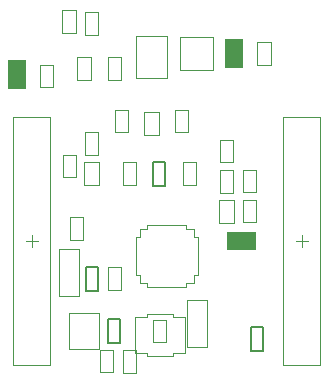
<source format=gbr>
%TF.GenerationSoftware,Altium Limited,Altium Designer,22.6.1 (34)*%
G04 Layer_Color=32768*
%FSLAX45Y45*%
%MOMM*%
%TF.SameCoordinates,421C64DB-711B-49BE-949A-821E8169F4DF*%
%TF.FilePolarity,Positive*%
%TF.FileFunction,Other,Mechanical_15*%
%TF.Part,Single*%
G01*
G75*
%TA.AperFunction,NonConductor*%
%ADD33C,0.12700*%
%ADD57C,0.05000*%
%ADD59C,0.05080*%
G36*
X138500Y2678500D02*
Y2428500D01*
X-11500D01*
Y2678500D01*
X138500D01*
D02*
G37*
G36*
X1843500Y1218000D02*
X2093500D01*
Y1068000D01*
X1843500D01*
Y1218000D01*
D02*
G37*
G36*
X1980000Y2855500D02*
Y2605500D01*
X1830000D01*
Y2855500D01*
X1980000D01*
D02*
G37*
D33*
X748500Y725500D02*
Y925500D01*
X648500Y725500D02*
X748500D01*
X648500D02*
Y925500D01*
X748500D01*
X2045500Y217500D02*
Y417500D01*
X2145500D01*
Y217500D02*
Y417500D01*
X2045500Y217500D02*
X2145500D01*
X939000Y281000D02*
Y481000D01*
X839000Y281000D02*
X939000D01*
X839000D02*
Y481000D01*
X939000D01*
X1320000Y1614500D02*
Y1814500D01*
X1220000Y1614500D02*
X1320000D01*
X1220000D02*
Y1814500D01*
X1320000D01*
D57*
X510000Y231000D02*
Y531000D01*
X760000D01*
Y231000D02*
Y531000D01*
X510000Y231000D02*
X760000D01*
X1169500Y529000D02*
X1389500D01*
Y499000D02*
Y529000D01*
Y499000D02*
X1490500D01*
Y199000D02*
Y499000D01*
X1389500Y199000D02*
X1490500D01*
X1389500Y169000D02*
Y199000D01*
X1169500Y169000D02*
X1389500D01*
X1169500D02*
Y199000D01*
X1068500D02*
X1169500D01*
X1068500D02*
Y499000D01*
X1169500D01*
Y529000D01*
X770500Y32000D02*
Y222000D01*
X880500Y32000D02*
Y222000D01*
X770500Y32000D02*
X880500D01*
X770500Y222000D02*
X880500D01*
X961000Y30500D02*
Y223500D01*
X1071000Y30500D02*
Y223500D01*
X961000Y30500D02*
X1071000D01*
X961000Y223500D02*
X1071000D01*
X372500Y2445000D02*
Y2635000D01*
X262500Y2445000D02*
Y2635000D01*
Y2445000D02*
X372500D01*
X262500Y2635000D02*
X372500D01*
X944000Y2508500D02*
Y2698500D01*
X834000Y2508500D02*
Y2698500D01*
Y2508500D02*
X944000D01*
X834000Y2698500D02*
X944000D01*
X576500Y2505000D02*
Y2702000D01*
X693500Y2505000D02*
Y2702000D01*
X576500D02*
X693500D01*
X576500Y2505000D02*
X693500D01*
X2097500Y2634000D02*
X2220500D01*
X2097500Y2827000D02*
X2220500D01*
Y2634000D02*
Y2827000D01*
X2097500Y2634000D02*
Y2827000D01*
X1447500Y2590500D02*
X1727500D01*
X1447500D02*
Y2870500D01*
X1727500D01*
Y2590500D02*
Y2870500D01*
X566500Y2907000D02*
Y3104000D01*
X449500Y2907000D02*
Y3104000D01*
Y2907000D02*
X566500D01*
X449500Y3104000D02*
X566500D01*
X753500Y2889500D02*
Y3079500D01*
X643500Y2889500D02*
Y3079500D01*
Y2889500D02*
X753500D01*
X643500Y3079500D02*
X753500D01*
X834000Y730500D02*
Y920500D01*
X944000Y730500D02*
Y920500D01*
X834000D02*
X944000D01*
X834000Y730500D02*
X944000D01*
X1215000Y286000D02*
Y476000D01*
X1325000Y286000D02*
Y476000D01*
X1215000D02*
X1325000D01*
X1215000Y286000D02*
X1325000D01*
X516500Y1153500D02*
Y1346500D01*
X626500Y1153500D02*
Y1346500D01*
X516500D02*
X626500D01*
X516500Y1153500D02*
X626500D01*
X453000Y1683000D02*
Y1873000D01*
X563000Y1683000D02*
Y1873000D01*
X453000D02*
X563000D01*
X453000Y1683000D02*
X563000D01*
X637000Y1618000D02*
X760000D01*
X637000Y1811000D02*
X760000D01*
Y1618000D02*
Y1811000D01*
X637000Y1618000D02*
Y1811000D01*
X753500Y1873500D02*
Y2063500D01*
X643500Y1873500D02*
Y2063500D01*
Y1873500D02*
X753500D01*
X643500Y2063500D02*
X753500D01*
X897500Y2064000D02*
Y2254000D01*
X1007500Y2064000D02*
Y2254000D01*
X897500D02*
X1007500D01*
X897500Y2064000D02*
X1007500D01*
X1145000Y2238000D02*
X1268000D01*
X1145000Y2045000D02*
X1268000D01*
X1145000D02*
Y2238000D01*
X1268000Y2045000D02*
Y2238000D01*
X1405500Y2064000D02*
Y2254000D01*
X1515500Y2064000D02*
Y2254000D01*
X1405500D02*
X1515500D01*
X1405500Y2064000D02*
X1515500D01*
X961000Y1619500D02*
Y1809500D01*
X1071000Y1619500D02*
Y1809500D01*
X961000D02*
X1071000D01*
X961000Y1619500D02*
X1071000D01*
X1896500Y1554500D02*
Y1747500D01*
X1786500Y1554500D02*
Y1747500D01*
Y1554500D02*
X1896500D01*
X1786500Y1747500D02*
X1896500D01*
Y1810000D02*
Y2000000D01*
X1786500Y1810000D02*
Y2000000D01*
Y1810000D02*
X1896500D01*
X1786500Y2000000D02*
X1896500D01*
X2087000Y1556000D02*
Y1746000D01*
X1977000Y1556000D02*
Y1746000D01*
Y1556000D02*
X2087000D01*
X1977000Y1746000D02*
X2087000D01*
Y1302000D02*
Y1492000D01*
X1977000Y1302000D02*
Y1492000D01*
Y1302000D02*
X2087000D01*
X1977000Y1492000D02*
X2087000D01*
X1780000Y1493500D02*
X1903000D01*
X1780000Y1300500D02*
X1903000D01*
X1780000D02*
Y1493500D01*
X1903000Y1300500D02*
Y1493500D01*
X1467500Y1618000D02*
Y1811000D01*
X1580500Y1618000D02*
Y1811000D01*
X1467500D02*
X1580500D01*
X1467500Y1618000D02*
X1580500D01*
X1071500Y1179000D02*
X1103500D01*
Y1246000D01*
X1170500D01*
Y1278000D01*
X1496500D01*
Y1246000D02*
Y1278000D01*
Y1246000D02*
X1563500D01*
Y1179000D02*
Y1246000D01*
Y1179000D02*
X1595500D01*
Y853000D02*
Y1179000D01*
X1563500Y853000D02*
X1595500D01*
X1563500Y786000D02*
Y853000D01*
X1496500Y786000D02*
X1563500D01*
X1496500Y754000D02*
Y786000D01*
X1170500Y754000D02*
X1496500D01*
X1170500D02*
Y786000D01*
X1103500D02*
X1170500D01*
X1103500D02*
Y853000D01*
X1071500D02*
X1103500D01*
X1071500D02*
Y1179000D01*
X1076500Y2523500D02*
X1336500D01*
Y2883500D01*
X1076500D02*
X1336500D01*
X1076500Y2523500D02*
Y2883500D01*
X190500Y1093000D02*
Y1193000D01*
X140500Y1143000D02*
X240500D01*
X345000Y92000D02*
Y2194000D01*
X36000D02*
X345000D01*
X36000Y92000D02*
Y2194000D01*
Y92000D02*
X345000D01*
X2322000D02*
X2631000D01*
X2322000D02*
Y2194000D01*
X2631000D01*
Y92000D02*
Y2194000D01*
X2426500Y1143000D02*
X2526500D01*
X2476500Y1093000D02*
Y1193000D01*
D59*
X1502500Y244500D02*
X1672500D01*
Y644500D01*
X1502500D02*
X1672500D01*
X1502500Y244500D02*
Y644500D01*
X423000Y679500D02*
X593000D01*
Y1079500D01*
X423000D02*
X593000D01*
X423000Y679500D02*
Y1079500D01*
%TF.MD5,5aa47b4dbc34a8a8aa6d2d91aca10864*%
M02*

</source>
